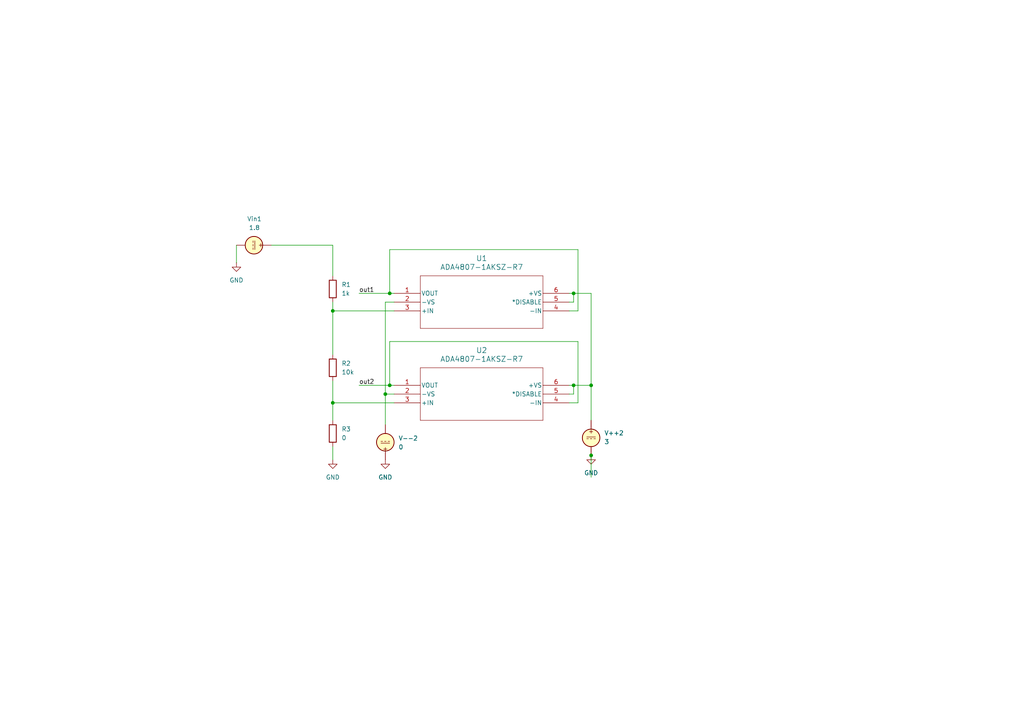
<source format=kicad_sch>
(kicad_sch (version 20231120) (generator "eeschema") (generator_version "8.0")
  (paper "A4")
  (lib_symbols
    (symbol "Device:R" (pin_numbers hide) (pin_names (offset 0))
      (property "Reference" "R" (at 2.032 0 90))
      (property "Value" "R" (at 0 0 90))
      (symbol "R_0_1"
        (rectangle (start -1.016 -2.54) (end 1.016 2.54) (stroke (width 0.254)))
      )
      (symbol "R_1_1"
        (pin passive line (at 0 3.81 270) (length 1.27) (name "~") (number "1"))
        (pin passive line (at 0 -3.81 90) (length 1.27) (name "~") (number "2"))
      )
    )
    (symbol "Opamp:ADA4807-1AKSZ-R7" (pin_names (offset 0.254))
      (property "Reference" "U" (at 25.4 10.16 0))
      (property "Value" "ADA4807-1AKSZ-R7" (at 25.4 7.62 0))
      (symbol "ADA4807-1AKSZ-R7_0_1"
        (polyline (pts (xy 7.62 -10.16) (xy 43.18 -10.16)) (stroke (width 0.127)))
        (polyline (pts (xy 7.62 5.08) (xy 7.62 -10.16)) (stroke (width 0.127)))
        (polyline (pts (xy 43.18 -10.16) (xy 43.18 5.08)) (stroke (width 0.127)))
        (polyline (pts (xy 43.18 5.08) (xy 7.62 5.08)) (stroke (width 0.127)))
        (pin power_in line (at 0 0 0) (length 7.62) (name "VOUT") (number "1"))
        (pin power_in line (at 0 -2.54 0) (length 7.62) (name "-VS") (number "2"))
        (pin input line (at 0 -5.08 0) (length 7.62) (name "+IN") (number "3"))
        (pin input line (at 50.8 -5.08 180) (length 7.62) (name "-IN") (number "4"))
        (pin unspecified line (at 50.8 -2.54 180) (length 7.62) (name "*DISABLE") (number "5"))
        (pin power_in line (at 50.8 0 180) (length 7.62) (name "+VS") (number "6"))
      )
    )
    (symbol "Simulation_SPICE:VDC" (pin_numbers hide) (pin_names (offset 0.0254))
      (property "Reference" "V" (at 2.54 2.54 0))
      (property "Value" "1" (at 2.54 0 0))
      (symbol "VDC_0_0"
        (polyline (pts (xy -1.27 0.254) (xy 1.27 0.254)))
        (polyline (pts (xy -0.762 -0.254) (xy -1.27 -0.254)))
        (polyline (pts (xy 0.254 -0.254) (xy -0.254 -0.254)))
        (polyline (pts (xy 1.27 -0.254) (xy 0.762 -0.254)))
        (text "+" (at 0 1.905 0) (effects (font (size 1.27 1.27))))
      )
      (symbol "VDC_0_1"
        (circle (center 0 0) (radius 2.54) (stroke (width 0.254)) (fill (type background)))
      )
      (symbol "VDC_1_1"
        (pin passive line (at 0 5.08 270) (length 2.54) (name "~") (number "1"))
        (pin passive line (at 0 -5.08 90) (length 2.54) (name "~") (number "2"))
      )
    )
    (symbol "power:GND" (power) (pin_numbers hide) (pin_names (offset 0) hide)
      (property "Value" "GND" (at 0 -3.81 0))
      (symbol "GND_0_1"
        (polyline (pts (xy 0 0) (xy 0 -1.27) (xy 1.27 -1.27) (xy 0 -2.54) (xy -1.27 -1.27) (xy 0 -1.27)))
      )
      (symbol "GND_1_1"
        (pin power_in line (at 0 0 270) (length 0) (name "~") (number "1"))
      )
    )
  )
  (junction (at 96.52 90.17))
  (junction (at 113.03 85.09))
  (junction (at 166.37 111.76))
  (junction (at 113.03 111.76))
  (junction (at 171.45 111.76))
  (junction (at 171.45 132.08))
  (junction (at 166.37 85.09))
  (junction (at 111.76 114.3))
  (junction (at 96.52 116.84))
  (wire (pts (xy 111.76 114.3) (xy 114.3 114.3)))
  (wire (pts (xy 166.37 111.76) (xy 166.37 114.3)))
  (wire (pts (xy 96.52 129.54) (xy 96.52 133.35)))
  (wire (pts (xy 165.1 85.09) (xy 166.37 85.09)))
  (wire (pts (xy 96.52 71.12) (xy 96.52 80.01)))
  (wire (pts (xy 167.64 72.39) (xy 113.03 72.39)))
  (wire (pts (xy 166.37 111.76) (xy 171.45 111.76)))
  (wire (pts (xy 167.64 90.17) (xy 167.64 72.39)))
  (wire (pts (xy 96.52 71.12) (xy 78.74 71.12)))
  (wire (pts (xy 111.76 87.63) (xy 114.3 87.63)))
  (wire (pts (xy 165.1 114.3) (xy 166.37 114.3)))
  (wire (pts (xy 96.52 90.17) (xy 96.52 102.87)))
  (wire (pts (xy 167.64 116.84) (xy 167.64 99.06)))
  (wire (pts (xy 96.52 110.49) (xy 96.52 116.84)))
  (wire (pts (xy 171.45 85.09) (xy 171.45 111.76)))
  (wire (pts (xy 104.14 111.76) (xy 113.03 111.76)))
  (wire (pts (xy 166.37 85.09) (xy 166.37 87.63)))
  (wire (pts (xy 68.58 71.12) (xy 68.58 76.2)))
  (wire (pts (xy 104.14 85.09) (xy 113.03 85.09)))
  (wire (pts (xy 166.37 85.09) (xy 171.45 85.09)))
  (wire (pts (xy 96.52 87.63) (xy 96.52 90.17)))
  (wire (pts (xy 165.1 87.63) (xy 166.37 87.63)))
  (wire (pts (xy 111.76 114.3) (xy 111.76 123.19)))
  (wire (pts (xy 171.45 132.08) (xy 171.45 138.43)))
  (wire (pts (xy 113.03 72.39) (xy 113.03 85.09)))
  (wire (pts (xy 165.1 116.84) (xy 167.64 116.84)))
  (wire (pts (xy 113.03 99.06) (xy 113.03 111.76)))
  (wire (pts (xy 113.03 111.76) (xy 114.3 111.76)))
  (wire (pts (xy 111.76 87.63) (xy 111.76 114.3)))
  (wire (pts (xy 113.03 85.09) (xy 114.3 85.09)))
  (wire (pts (xy 96.52 90.17) (xy 114.3 90.17)))
  (wire (pts (xy 165.1 90.17) (xy 167.64 90.17)))
  (wire (pts (xy 167.64 99.06) (xy 113.03 99.06)))
  (wire (pts (xy 96.52 116.84) (xy 114.3 116.84)))
  (wire (pts (xy 165.1 111.76) (xy 166.37 111.76)))
  (wire (pts (xy 96.52 116.84) (xy 96.52 121.92)))
  (wire (pts (xy 171.45 111.76) (xy 171.45 121.92)))
  (label "out1" (at 104.14 85.09 0))
  (label "out2" (at 104.14 111.76 0))
  (symbol (lib_id "power:GND") (at 68.58 76.2 0) (unit 1)
    (property "Reference" "#PWR01" (effects (hide yes)))
    (property "Value" "GND" (at 68.58 81.28 0))
    (property "Description" "Power symbol creates a global label with name \"GND\" , ground" (effects (hide yes)))
  )
  (symbol (lib_id "power:GND") (at 171.45 132.08 0) (unit 1)
    (property "Reference" "#PWR07" (effects (hide yes)))
    (property "Value" "GND" (at 171.45 137.16 0))
    (property "Description" "Power symbol creates a global label with name \"GND\" , ground" (effects (hide yes)))
  )
  (symbol (lib_id "Device:R") (at 96.52 83.82 0) (unit 1)
    (property "Reference" "R1" (at 99.06 82.5499 0) (effects (justify left)))
    (property "Value" "1k" (at 99.06 85.0899 0) (effects (justify left)))
    (property "Description" "Resistor" (effects (hide yes)))
  )
  (symbol (lib_id "Device:R") (at 96.52 125.73 0) (unit 1)
    (property "Reference" "R3" (at 99.06 124.4599 0) (effects (justify left)))
    (property "Value" "0" (at 99.06 126.9999 0) (effects (justify left)))
    (property "Description" "Resistor" (effects (hide yes)))
  )
  (symbol (lib_id "power:GND") (at 96.52 133.35 0) (unit 1)
    (property "Reference" "#PWR05" (effects (hide yes)))
    (property "Value" "GND" (at 96.52 138.43 0))
    (property "Description" "Power symbol creates a global label with name \"GND\" , ground" (effects (hide yes)))
  )
  (symbol (lib_id "Device:R") (at 96.52 106.68 0) (unit 1)
    (property "Reference" "R2" (at 99.06 105.4099 0) (effects (justify left)))
    (property "Value" "10k" (at 99.06 107.9499 0) (effects (justify left)))
    (property "Description" "Resistor" (effects (hide yes)))
  )
  (symbol (lib_id "Opamp:ADA4807-1AKSZ-R7") (at 114.3 111.76 0) (unit 1)
    (property "Reference" "U2" (at 139.7 101.6 0) (effects (font (size 1.524 1.524))))
    (property "Value" "ADA4807-1AKSZ-R7" (at 139.7 104.14 0) (effects (font (size 1.524 1.524))))
    (property "Footprint" "KS-6_ADI" (effects (hide yes)))
    (property "Datasheet" "ADA4807-1AKSZ-R7" (effects (hide yes)))
    (property "Sim.Library" "/home/maxwell/github-repos/sp-24-EE628/6_Test/2_PCB/test_board_1/TestBoardEDA/models/ADA4807.cir" (effects (hide yes)))
    (property "Sim.Name" "ADA4807" (effects (hide yes)))
    (property "Sim.Device" "SUBCKT" (effects (hide yes)))
    (property "Sim.Pins" "1=104 2=103 3=100 4=101 5=106 6=102" (effects (hide yes)))
  )
  (symbol (lib_id "Simulation_SPICE:VDC") (at 73.66 71.12 270) (unit 1)
    (property "Reference" "Vin1" (at 73.7898 63.5 90))
    (property "Value" "1.8" (at 73.7898 66.04 90))
    (property "Datasheet" "https://ngspice.sourceforge.io/docs/ngspice-html-manual/manual.xhtml#sec_Independent_Sources_for" (effects (hide yes)))
    (property "Description" "Voltage source, DC" (effects (hide yes)))
    (property "Sim.Pins" "1=+ 2=-" (effects (hide yes)))
    (property "Sim.Type" "DC" (effects (hide yes)))
    (property "Sim.Device" "V" (effects (hide yes)))
  )
  (symbol (lib_id "Simulation_SPICE:VDC") (at 111.76 128.27 180) (unit 1)
    (property "Reference" "V--2" (at 115.57 127.1297 0) (effects (justify right)))
    (property "Value" "0" (at 115.57 129.6697 0) (effects (justify right)))
    (property "Datasheet" "https://ngspice.sourceforge.io/docs/ngspice-html-manual/manual.xhtml#sec_Independent_Sources_for" (effects (hide yes)))
    (property "Description" "Voltage source, DC" (effects (hide yes)))
    (property "Sim.Pins" "1=+ 2=-" (effects (hide yes)))
    (property "Sim.Type" "DC" (effects (hide yes)))
    (property "Sim.Device" "V" (effects (hide yes)))
  )
  (symbol (lib_id "Opamp:ADA4807-1AKSZ-R7") (at 114.3 85.09 0) (unit 1)
    (property "Reference" "U1" (at 139.7 74.93 0) (effects (font (size 1.524 1.524))))
    (property "Value" "ADA4807-1AKSZ-R7" (at 139.7 77.47 0) (effects (font (size 1.524 1.524))))
    (property "Footprint" "KS-6_ADI" (effects (hide yes)))
    (property "Datasheet" "ADA4807-1AKSZ-R7" (effects (hide yes)))
    (property "Sim.Library" "/home/maxwell/github-repos/sp-24-EE628/6_Test/2_PCB/test_board_1/TestBoardEDA/models/ADA4807.cir" (effects (hide yes)))
    (property "Sim.Name" "ADA4807" (effects (hide yes)))
    (property "Sim.Device" "SUBCKT" (effects (hide yes)))
    (property "Sim.Pins" "1=104 2=103 3=100 4=101 5=106 6=102" (effects (hide yes)))
  )
  (symbol (lib_id "Simulation_SPICE:VDC") (at 171.45 127 0) (unit 1)
    (property "Reference" "V++2" (at 175.26 125.6001 0) (effects (justify left)))
    (property "Value" "3" (at 175.26 128.1401 0) (effects (justify left)))
    (property "Datasheet" "https://ngspice.sourceforge.io/docs/ngspice-html-manual/manual.xhtml#sec_Independent_Sources_for" (effects (hide yes)))
    (property "Description" "Voltage source, DC" (effects (hide yes)))
    (property "Sim.Pins" "1=+ 2=-" (effects (hide yes)))
    (property "Sim.Type" "DC" (effects (hide yes)))
    (property "Sim.Device" "V" (effects (hide yes)))
  )
  (symbol (lib_id "power:GND") (at 111.76 133.35 0) (unit 1)
    (property "Reference" "#PWR06" (effects (hide yes)))
    (property "Value" "GND" (at 111.76 138.43 0))
    (property "Description" "Power symbol creates a global label with name \"GND\" , ground" (effects (hide yes)))
  )
)
</source>
